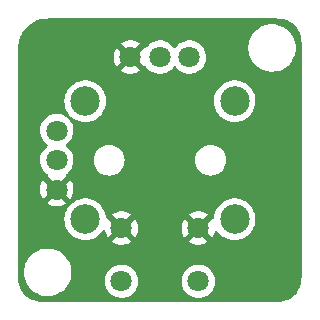
<source format=gbr>
%TF.GenerationSoftware,KiCad,Pcbnew,(6.0.9)*%
%TF.CreationDate,2023-01-27T23:50:43-09:00*%
%TF.ProjectId,HOTAS_Analog Stick Breakout,484f5441-535f-4416-9e61-6c6f67205374,rev?*%
%TF.SameCoordinates,Original*%
%TF.FileFunction,Copper,L2,Bot*%
%TF.FilePolarity,Positive*%
%FSLAX46Y46*%
G04 Gerber Fmt 4.6, Leading zero omitted, Abs format (unit mm)*
G04 Created by KiCad (PCBNEW (6.0.9)) date 2023-01-27 23:50:43*
%MOMM*%
%LPD*%
G01*
G04 APERTURE LIST*
%TA.AperFunction,ComponentPad*%
%ADD10C,2.500000*%
%TD*%
%TA.AperFunction,ComponentPad*%
%ADD11C,1.800000*%
%TD*%
G04 APERTURE END LIST*
D10*
%TO.P,JOY1,MNT1*%
%TO.N,N/C*%
X116325000Y-90000000D03*
X103675000Y-80000000D03*
X116325000Y-80000000D03*
X103675000Y-90000000D03*
D11*
%TO.P,JOY1,d*%
%TO.N,Net-(J5-Pad1)*%
X106750000Y-95250000D03*
%TO.P,JOY1,b*%
X113250000Y-95250000D03*
%TO.P,JOY1,a*%
%TO.N,GND*%
X113250000Y-90750000D03*
%TO.P,JOY1,c*%
X106750000Y-90750000D03*
%TO.P,JOY1,5*%
%TO.N,Net-(J3-Pad1)*%
X110000000Y-76270000D03*
%TO.P,JOY1,4*%
%TO.N,GND*%
X107500000Y-76270000D03*
%TO.P,JOY1,6*%
%TO.N,VCC*%
X112500000Y-76270000D03*
%TO.P,JOY1,3*%
X101270000Y-82500000D03*
%TO.P,JOY1,2*%
%TO.N,Net-(J4-Pad1)*%
X101270000Y-85000000D03*
%TO.P,JOY1,1*%
%TO.N,GND*%
X101270000Y-87500000D03*
%TD*%
%TA.AperFunction,Conductor*%
%TO.N,GND*%
G36*
X119970018Y-73010000D02*
G01*
X119984851Y-73012310D01*
X119984855Y-73012310D01*
X119993724Y-73013691D01*
X120010012Y-73011561D01*
X120034589Y-73010767D01*
X120061441Y-73012527D01*
X120251701Y-73024998D01*
X120268041Y-73027149D01*
X120387691Y-73050949D01*
X120507343Y-73074749D01*
X120523257Y-73079013D01*
X120535485Y-73083164D01*
X120754292Y-73157439D01*
X120769519Y-73163746D01*
X120988342Y-73271657D01*
X121002616Y-73279898D01*
X121205478Y-73415447D01*
X121218553Y-73425480D01*
X121401993Y-73586352D01*
X121413648Y-73598007D01*
X121574520Y-73781447D01*
X121584553Y-73794522D01*
X121720102Y-73997384D01*
X121728343Y-74011658D01*
X121836254Y-74230481D01*
X121842561Y-74245708D01*
X121920986Y-74476740D01*
X121925252Y-74492660D01*
X121972851Y-74731959D01*
X121975002Y-74748299D01*
X121988763Y-74958236D01*
X121987733Y-74981350D01*
X121987690Y-74984854D01*
X121986309Y-74993724D01*
X121987473Y-75002626D01*
X121987473Y-75002628D01*
X121990436Y-75025283D01*
X121991500Y-75041621D01*
X121991500Y-94950633D01*
X121990000Y-94970018D01*
X121987690Y-94984851D01*
X121987690Y-94984855D01*
X121986309Y-94993724D01*
X121988136Y-95007694D01*
X121988439Y-95010010D01*
X121989233Y-95034590D01*
X121975002Y-95251701D01*
X121972851Y-95268041D01*
X121937315Y-95446697D01*
X121925252Y-95507340D01*
X121920986Y-95523260D01*
X121842561Y-95754292D01*
X121836254Y-95769519D01*
X121728343Y-95988342D01*
X121720102Y-96002616D01*
X121584553Y-96205478D01*
X121574520Y-96218553D01*
X121413648Y-96401993D01*
X121401993Y-96413648D01*
X121218553Y-96574520D01*
X121205478Y-96584553D01*
X121002616Y-96720102D01*
X120988342Y-96728343D01*
X120769519Y-96836254D01*
X120754292Y-96842561D01*
X120638776Y-96881773D01*
X120523257Y-96920987D01*
X120507343Y-96925251D01*
X120387690Y-96949052D01*
X120268041Y-96972851D01*
X120251701Y-96975002D01*
X120110437Y-96984262D01*
X120041763Y-96988763D01*
X120018650Y-96987733D01*
X120015146Y-96987690D01*
X120006276Y-96986309D01*
X119997374Y-96987473D01*
X119997372Y-96987473D01*
X119983915Y-96989233D01*
X119974714Y-96990436D01*
X119958379Y-96991500D01*
X100049367Y-96991500D01*
X100029982Y-96990000D01*
X100015149Y-96987690D01*
X100015145Y-96987690D01*
X100006276Y-96986309D01*
X99989988Y-96988439D01*
X99965411Y-96989233D01*
X99920801Y-96986309D01*
X99748299Y-96975002D01*
X99731959Y-96972851D01*
X99612310Y-96949052D01*
X99492657Y-96925251D01*
X99476743Y-96920987D01*
X99361224Y-96881773D01*
X99245708Y-96842561D01*
X99230481Y-96836254D01*
X99011658Y-96728343D01*
X98997384Y-96720102D01*
X98794522Y-96584553D01*
X98781447Y-96574520D01*
X98598007Y-96413648D01*
X98586352Y-96401993D01*
X98425480Y-96218553D01*
X98415447Y-96205478D01*
X98279898Y-96002616D01*
X98271657Y-95988342D01*
X98163746Y-95769519D01*
X98157439Y-95754292D01*
X98079014Y-95523260D01*
X98074748Y-95507340D01*
X98062686Y-95446697D01*
X98027149Y-95268041D01*
X98024998Y-95251701D01*
X98011476Y-95045407D01*
X98012650Y-95022232D01*
X98012334Y-95022204D01*
X98012770Y-95017344D01*
X98013576Y-95012552D01*
X98013729Y-95000000D01*
X98009773Y-94972376D01*
X98008500Y-94954514D01*
X98008500Y-94429733D01*
X98487822Y-94429733D01*
X98487975Y-94434121D01*
X98487975Y-94434127D01*
X98493144Y-94582131D01*
X98497625Y-94710458D01*
X98498387Y-94714781D01*
X98498388Y-94714788D01*
X98522164Y-94849624D01*
X98546402Y-94987087D01*
X98633203Y-95254235D01*
X98635131Y-95258188D01*
X98635133Y-95258193D01*
X98662794Y-95314905D01*
X98756340Y-95506702D01*
X98758795Y-95510341D01*
X98758798Y-95510347D01*
X98762232Y-95515438D01*
X98913415Y-95739576D01*
X99101371Y-95948322D01*
X99316550Y-96128879D01*
X99554764Y-96277731D01*
X99811375Y-96391982D01*
X100081390Y-96469407D01*
X100085740Y-96470018D01*
X100085743Y-96470019D01*
X100188690Y-96484487D01*
X100359552Y-96508500D01*
X100570146Y-96508500D01*
X100572332Y-96508347D01*
X100572336Y-96508347D01*
X100775827Y-96494118D01*
X100775832Y-96494117D01*
X100780212Y-96493811D01*
X101054970Y-96435409D01*
X101059099Y-96433906D01*
X101059103Y-96433905D01*
X101314781Y-96340846D01*
X101314785Y-96340844D01*
X101318926Y-96339337D01*
X101566942Y-96207464D01*
X101624006Y-96166005D01*
X101790629Y-96044947D01*
X101790632Y-96044944D01*
X101794192Y-96042358D01*
X101856575Y-95982116D01*
X101950264Y-95891641D01*
X101996252Y-95847231D01*
X102169188Y-95625882D01*
X102171384Y-95622078D01*
X102171389Y-95622071D01*
X102307435Y-95386431D01*
X102309636Y-95382619D01*
X102377169Y-95215469D01*
X105337095Y-95215469D01*
X105337392Y-95220622D01*
X105337392Y-95220625D01*
X105343067Y-95319041D01*
X105350427Y-95446697D01*
X105351564Y-95451743D01*
X105351565Y-95451749D01*
X105383741Y-95594523D01*
X105401346Y-95672642D01*
X105403288Y-95677424D01*
X105403289Y-95677428D01*
X105470831Y-95843764D01*
X105488484Y-95887237D01*
X105609501Y-96084719D01*
X105761147Y-96259784D01*
X105939349Y-96407730D01*
X106139322Y-96524584D01*
X106355694Y-96607209D01*
X106360760Y-96608240D01*
X106360761Y-96608240D01*
X106413846Y-96619040D01*
X106582656Y-96653385D01*
X106713324Y-96658176D01*
X106808949Y-96661683D01*
X106808953Y-96661683D01*
X106814113Y-96661872D01*
X106819233Y-96661216D01*
X106819235Y-96661216D01*
X106892270Y-96651860D01*
X107043847Y-96632442D01*
X107048795Y-96630957D01*
X107048802Y-96630956D01*
X107260747Y-96567369D01*
X107265690Y-96565886D01*
X107346236Y-96526427D01*
X107469049Y-96466262D01*
X107469052Y-96466260D01*
X107473684Y-96463991D01*
X107662243Y-96329494D01*
X107826303Y-96166005D01*
X107961458Y-95977917D01*
X107984669Y-95930954D01*
X108061784Y-95774922D01*
X108061785Y-95774920D01*
X108064078Y-95770280D01*
X108131408Y-95548671D01*
X108161640Y-95319041D01*
X108163327Y-95250000D01*
X108160488Y-95215469D01*
X111837095Y-95215469D01*
X111837392Y-95220622D01*
X111837392Y-95220625D01*
X111843067Y-95319041D01*
X111850427Y-95446697D01*
X111851564Y-95451743D01*
X111851565Y-95451749D01*
X111883741Y-95594523D01*
X111901346Y-95672642D01*
X111903288Y-95677424D01*
X111903289Y-95677428D01*
X111970831Y-95843764D01*
X111988484Y-95887237D01*
X112109501Y-96084719D01*
X112261147Y-96259784D01*
X112439349Y-96407730D01*
X112639322Y-96524584D01*
X112855694Y-96607209D01*
X112860760Y-96608240D01*
X112860761Y-96608240D01*
X112913846Y-96619040D01*
X113082656Y-96653385D01*
X113213324Y-96658176D01*
X113308949Y-96661683D01*
X113308953Y-96661683D01*
X113314113Y-96661872D01*
X113319233Y-96661216D01*
X113319235Y-96661216D01*
X113392270Y-96651860D01*
X113543847Y-96632442D01*
X113548795Y-96630957D01*
X113548802Y-96630956D01*
X113760747Y-96567369D01*
X113765690Y-96565886D01*
X113846236Y-96526427D01*
X113969049Y-96466262D01*
X113969052Y-96466260D01*
X113973684Y-96463991D01*
X114162243Y-96329494D01*
X114326303Y-96166005D01*
X114461458Y-95977917D01*
X114484669Y-95930954D01*
X114561784Y-95774922D01*
X114561785Y-95774920D01*
X114564078Y-95770280D01*
X114631408Y-95548671D01*
X114661640Y-95319041D01*
X114663327Y-95250000D01*
X114652818Y-95122176D01*
X114644773Y-95024318D01*
X114644772Y-95024312D01*
X114644349Y-95019167D01*
X114601763Y-94849624D01*
X114589184Y-94799544D01*
X114589183Y-94799540D01*
X114587925Y-94794533D01*
X114585866Y-94789797D01*
X114497630Y-94586868D01*
X114497628Y-94586865D01*
X114495570Y-94582131D01*
X114369764Y-94387665D01*
X114213887Y-94216358D01*
X114209836Y-94213159D01*
X114209832Y-94213155D01*
X114036177Y-94076011D01*
X114036172Y-94076008D01*
X114032123Y-94072810D01*
X114027607Y-94070317D01*
X114027604Y-94070315D01*
X113833879Y-93963373D01*
X113833875Y-93963371D01*
X113829355Y-93960876D01*
X113824486Y-93959152D01*
X113824482Y-93959150D01*
X113615903Y-93885288D01*
X113615899Y-93885287D01*
X113611028Y-93883562D01*
X113605935Y-93882655D01*
X113605932Y-93882654D01*
X113388095Y-93843851D01*
X113388089Y-93843850D01*
X113383006Y-93842945D01*
X113310096Y-93842054D01*
X113156581Y-93840179D01*
X113156579Y-93840179D01*
X113151411Y-93840116D01*
X112922464Y-93875150D01*
X112702314Y-93947106D01*
X112697726Y-93949494D01*
X112697722Y-93949496D01*
X112567595Y-94017236D01*
X112496872Y-94054052D01*
X112492739Y-94057155D01*
X112492736Y-94057157D01*
X112362756Y-94154749D01*
X112311655Y-94193117D01*
X112151639Y-94360564D01*
X112148725Y-94364836D01*
X112148724Y-94364837D01*
X112133152Y-94387665D01*
X112021119Y-94551899D01*
X111923602Y-94761981D01*
X111861707Y-94985169D01*
X111837095Y-95215469D01*
X108160488Y-95215469D01*
X108152818Y-95122176D01*
X108144773Y-95024318D01*
X108144772Y-95024312D01*
X108144349Y-95019167D01*
X108101763Y-94849624D01*
X108089184Y-94799544D01*
X108089183Y-94799540D01*
X108087925Y-94794533D01*
X108085866Y-94789797D01*
X107997630Y-94586868D01*
X107997628Y-94586865D01*
X107995570Y-94582131D01*
X107869764Y-94387665D01*
X107713887Y-94216358D01*
X107709836Y-94213159D01*
X107709832Y-94213155D01*
X107536177Y-94076011D01*
X107536172Y-94076008D01*
X107532123Y-94072810D01*
X107527607Y-94070317D01*
X107527604Y-94070315D01*
X107333879Y-93963373D01*
X107333875Y-93963371D01*
X107329355Y-93960876D01*
X107324486Y-93959152D01*
X107324482Y-93959150D01*
X107115903Y-93885288D01*
X107115899Y-93885287D01*
X107111028Y-93883562D01*
X107105935Y-93882655D01*
X107105932Y-93882654D01*
X106888095Y-93843851D01*
X106888089Y-93843850D01*
X106883006Y-93842945D01*
X106810096Y-93842054D01*
X106656581Y-93840179D01*
X106656579Y-93840179D01*
X106651411Y-93840116D01*
X106422464Y-93875150D01*
X106202314Y-93947106D01*
X106197726Y-93949494D01*
X106197722Y-93949496D01*
X106067595Y-94017236D01*
X105996872Y-94054052D01*
X105992739Y-94057155D01*
X105992736Y-94057157D01*
X105862756Y-94154749D01*
X105811655Y-94193117D01*
X105651639Y-94360564D01*
X105648725Y-94364836D01*
X105648724Y-94364837D01*
X105633152Y-94387665D01*
X105521119Y-94551899D01*
X105423602Y-94761981D01*
X105361707Y-94985169D01*
X105337095Y-95215469D01*
X102377169Y-95215469D01*
X102414862Y-95122176D01*
X102436700Y-95034590D01*
X102481753Y-94853893D01*
X102481754Y-94853888D01*
X102482817Y-94849624D01*
X102488608Y-94794533D01*
X102511719Y-94574636D01*
X102511719Y-94574633D01*
X102512178Y-94570267D01*
X102512025Y-94565873D01*
X102502529Y-94293939D01*
X102502528Y-94293933D01*
X102502375Y-94289542D01*
X102478608Y-94154749D01*
X102460852Y-94054052D01*
X102453598Y-94012913D01*
X102366797Y-93745765D01*
X102243660Y-93493298D01*
X102241205Y-93489659D01*
X102241202Y-93489653D01*
X102160935Y-93370653D01*
X102086585Y-93260424D01*
X101898629Y-93051678D01*
X101683450Y-92871121D01*
X101445236Y-92722269D01*
X101188625Y-92608018D01*
X100918610Y-92530593D01*
X100914260Y-92529982D01*
X100914257Y-92529981D01*
X100811310Y-92515513D01*
X100640448Y-92491500D01*
X100429854Y-92491500D01*
X100427668Y-92491653D01*
X100427664Y-92491653D01*
X100224173Y-92505882D01*
X100224168Y-92505883D01*
X100219788Y-92506189D01*
X99945030Y-92564591D01*
X99940901Y-92566094D01*
X99940897Y-92566095D01*
X99685219Y-92659154D01*
X99685215Y-92659156D01*
X99681074Y-92660663D01*
X99433058Y-92792536D01*
X99429499Y-92795122D01*
X99429497Y-92795123D01*
X99324895Y-92871121D01*
X99205808Y-92957642D01*
X99003748Y-93152769D01*
X98830812Y-93374118D01*
X98828616Y-93377922D01*
X98828611Y-93377929D01*
X98714794Y-93575067D01*
X98690364Y-93617381D01*
X98585138Y-93877824D01*
X98584073Y-93882097D01*
X98584072Y-93882099D01*
X98550379Y-94017236D01*
X98517183Y-94150376D01*
X98516724Y-94154744D01*
X98516723Y-94154749D01*
X98492243Y-94387665D01*
X98487822Y-94429733D01*
X98008500Y-94429733D01*
X98008500Y-91911406D01*
X105953423Y-91911406D01*
X105958704Y-91918461D01*
X106135080Y-92021527D01*
X106144363Y-92025974D01*
X106351003Y-92104883D01*
X106360901Y-92107759D01*
X106577653Y-92151857D01*
X106587883Y-92153076D01*
X106808914Y-92161182D01*
X106819223Y-92160714D01*
X107038623Y-92132608D01*
X107048688Y-92130468D01*
X107260557Y-92066905D01*
X107270152Y-92063144D01*
X107468778Y-91965838D01*
X107477636Y-91960559D01*
X107535097Y-91919572D01*
X107541509Y-91911406D01*
X112453423Y-91911406D01*
X112458704Y-91918461D01*
X112635080Y-92021527D01*
X112644363Y-92025974D01*
X112851003Y-92104883D01*
X112860901Y-92107759D01*
X113077653Y-92151857D01*
X113087883Y-92153076D01*
X113308914Y-92161182D01*
X113319223Y-92160714D01*
X113538623Y-92132608D01*
X113548688Y-92130468D01*
X113760557Y-92066905D01*
X113770152Y-92063144D01*
X113968778Y-91965838D01*
X113977636Y-91960559D01*
X114035097Y-91919572D01*
X114043497Y-91908874D01*
X114036510Y-91895721D01*
X113262811Y-91122021D01*
X113248868Y-91114408D01*
X113247034Y-91114539D01*
X113240420Y-91118790D01*
X112460180Y-91899031D01*
X112453423Y-91911406D01*
X107541509Y-91911406D01*
X107543497Y-91908874D01*
X107536510Y-91895721D01*
X106762811Y-91122021D01*
X106748868Y-91114408D01*
X106747034Y-91114539D01*
X106740420Y-91118790D01*
X105960180Y-91899031D01*
X105953423Y-91911406D01*
X98008500Y-91911406D01*
X98008500Y-89953839D01*
X101912173Y-89953839D01*
X101912397Y-89958505D01*
X101912397Y-89958511D01*
X101912711Y-89965038D01*
X101924713Y-90214908D01*
X101975704Y-90471256D01*
X102064026Y-90717252D01*
X102088506Y-90762811D01*
X102184501Y-90941468D01*
X102187737Y-90947491D01*
X102190532Y-90951234D01*
X102190534Y-90951237D01*
X102341330Y-91153177D01*
X102341335Y-91153183D01*
X102344122Y-91156915D01*
X102347431Y-91160195D01*
X102347436Y-91160201D01*
X102526426Y-91337635D01*
X102529743Y-91340923D01*
X102533505Y-91343681D01*
X102533508Y-91343684D01*
X102721955Y-91481859D01*
X102740524Y-91495474D01*
X102744667Y-91497654D01*
X102744669Y-91497655D01*
X102967684Y-91614989D01*
X102967689Y-91614991D01*
X102971834Y-91617172D01*
X103218590Y-91703344D01*
X103223183Y-91704216D01*
X103470785Y-91751224D01*
X103470788Y-91751224D01*
X103475374Y-91752095D01*
X103605959Y-91757226D01*
X103731875Y-91762174D01*
X103731881Y-91762174D01*
X103736543Y-91762357D01*
X103815977Y-91753657D01*
X103991707Y-91734412D01*
X103991712Y-91734411D01*
X103996360Y-91733902D01*
X104109116Y-91704216D01*
X104244594Y-91668548D01*
X104244596Y-91668547D01*
X104249117Y-91667357D01*
X104489262Y-91564182D01*
X104711519Y-91426646D01*
X104715082Y-91423629D01*
X104715087Y-91423626D01*
X104907439Y-91260787D01*
X104907440Y-91260786D01*
X104911005Y-91257768D01*
X105036729Y-91114408D01*
X105080257Y-91064774D01*
X105080261Y-91064769D01*
X105083339Y-91061259D01*
X105094805Y-91043434D01*
X105137879Y-90976467D01*
X105191553Y-90929996D01*
X105261831Y-90919920D01*
X105326400Y-90949438D01*
X105364760Y-91009180D01*
X105366767Y-91016930D01*
X105400685Y-91167439D01*
X105403773Y-91177292D01*
X105486986Y-91382220D01*
X105491634Y-91391421D01*
X105580097Y-91535781D01*
X105590553Y-91545242D01*
X105599331Y-91541458D01*
X106377979Y-90762811D01*
X106384356Y-90751132D01*
X107114408Y-90751132D01*
X107114539Y-90752966D01*
X107118790Y-90759580D01*
X107896307Y-91537096D01*
X107908313Y-91543652D01*
X107920052Y-91534684D01*
X107958010Y-91481859D01*
X107963321Y-91473020D01*
X108061318Y-91274737D01*
X108065117Y-91265142D01*
X108129415Y-91053517D01*
X108131594Y-91043436D01*
X108160702Y-90822338D01*
X108161221Y-90815663D01*
X108162744Y-90753364D01*
X108162550Y-90746646D01*
X108160412Y-90720638D01*
X111837893Y-90720638D01*
X111850627Y-90941468D01*
X111852061Y-90951670D01*
X111900685Y-91167439D01*
X111903773Y-91177292D01*
X111986986Y-91382220D01*
X111991634Y-91391421D01*
X112080097Y-91535781D01*
X112090553Y-91545242D01*
X112099331Y-91541458D01*
X112877979Y-90762811D01*
X112884356Y-90751132D01*
X113614408Y-90751132D01*
X113614539Y-90752966D01*
X113618790Y-90759580D01*
X114396307Y-91537096D01*
X114408313Y-91543652D01*
X114420052Y-91534684D01*
X114458010Y-91481859D01*
X114463321Y-91473020D01*
X114561318Y-91274737D01*
X114565117Y-91265142D01*
X114629415Y-91053517D01*
X114631595Y-91043434D01*
X114632777Y-91034452D01*
X114661498Y-90969524D01*
X114720762Y-90930432D01*
X114791754Y-90929585D01*
X114851933Y-90967254D01*
X114858657Y-90975507D01*
X114991330Y-91153177D01*
X114991335Y-91153183D01*
X114994122Y-91156915D01*
X114997431Y-91160195D01*
X114997436Y-91160201D01*
X115176426Y-91337635D01*
X115179743Y-91340923D01*
X115183505Y-91343681D01*
X115183508Y-91343684D01*
X115371955Y-91481859D01*
X115390524Y-91495474D01*
X115394667Y-91497654D01*
X115394669Y-91497655D01*
X115617684Y-91614989D01*
X115617689Y-91614991D01*
X115621834Y-91617172D01*
X115868590Y-91703344D01*
X115873183Y-91704216D01*
X116120785Y-91751224D01*
X116120788Y-91751224D01*
X116125374Y-91752095D01*
X116255959Y-91757226D01*
X116381875Y-91762174D01*
X116381881Y-91762174D01*
X116386543Y-91762357D01*
X116465977Y-91753657D01*
X116641707Y-91734412D01*
X116641712Y-91734411D01*
X116646360Y-91733902D01*
X116759116Y-91704216D01*
X116894594Y-91668548D01*
X116894596Y-91668547D01*
X116899117Y-91667357D01*
X117139262Y-91564182D01*
X117361519Y-91426646D01*
X117365082Y-91423629D01*
X117365087Y-91423626D01*
X117557439Y-91260787D01*
X117557440Y-91260786D01*
X117561005Y-91257768D01*
X117686729Y-91114408D01*
X117730257Y-91064774D01*
X117730261Y-91064769D01*
X117733339Y-91061259D01*
X117744805Y-91043434D01*
X117872205Y-90845367D01*
X117874733Y-90841437D01*
X117982083Y-90603129D01*
X118020567Y-90466676D01*
X118051760Y-90356076D01*
X118051761Y-90356073D01*
X118053030Y-90351572D01*
X118069832Y-90219496D01*
X118085616Y-90095421D01*
X118085616Y-90095417D01*
X118086014Y-90092291D01*
X118086150Y-90087118D01*
X118088348Y-90003160D01*
X118088431Y-90000000D01*
X118085348Y-89958511D01*
X118069407Y-89744000D01*
X118069406Y-89743996D01*
X118069061Y-89739348D01*
X118059805Y-89698439D01*
X118012408Y-89488980D01*
X118011377Y-89484423D01*
X118001726Y-89459606D01*
X117918340Y-89245176D01*
X117918339Y-89245173D01*
X117916647Y-89240823D01*
X117786951Y-89013902D01*
X117625138Y-88808643D01*
X117434763Y-88629557D01*
X117220009Y-88480576D01*
X117215816Y-88478508D01*
X116989781Y-88367040D01*
X116989778Y-88367039D01*
X116985593Y-88364975D01*
X116939449Y-88350204D01*
X116741123Y-88286720D01*
X116736665Y-88285293D01*
X116478693Y-88243279D01*
X116364942Y-88241790D01*
X116222022Y-88239919D01*
X116222019Y-88239919D01*
X116217345Y-88239858D01*
X115958362Y-88275104D01*
X115707433Y-88348243D01*
X115703180Y-88350203D01*
X115703179Y-88350204D01*
X115666659Y-88367040D01*
X115470072Y-88457668D01*
X115431067Y-88483241D01*
X115255404Y-88598410D01*
X115255399Y-88598414D01*
X115251491Y-88600976D01*
X115056494Y-88775018D01*
X114889363Y-88975970D01*
X114753771Y-89199419D01*
X114652697Y-89440455D01*
X114588359Y-89693783D01*
X114587890Y-89698437D01*
X114587890Y-89698439D01*
X114573057Y-89845753D01*
X114546331Y-89911527D01*
X114488288Y-89952411D01*
X114430135Y-89957901D01*
X114410156Y-89955090D01*
X114398973Y-89960238D01*
X113622021Y-90737189D01*
X113614408Y-90751132D01*
X112884356Y-90751132D01*
X112885592Y-90748868D01*
X112885461Y-90747034D01*
X112881210Y-90740420D01*
X112103862Y-89963073D01*
X112092330Y-89956776D01*
X112080048Y-89966399D01*
X112024467Y-90047877D01*
X112019379Y-90056833D01*
X111926252Y-90257459D01*
X111922689Y-90267146D01*
X111863581Y-90480280D01*
X111861650Y-90490400D01*
X111838145Y-90710349D01*
X111837893Y-90720638D01*
X108160412Y-90720638D01*
X108144279Y-90524400D01*
X108142596Y-90514238D01*
X108088710Y-90299708D01*
X108085389Y-90289953D01*
X107997193Y-90087118D01*
X107992315Y-90078020D01*
X107919224Y-89965038D01*
X107908538Y-89955835D01*
X107898973Y-89960238D01*
X107122021Y-90737189D01*
X107114408Y-90751132D01*
X106384356Y-90751132D01*
X106385592Y-90748868D01*
X106385461Y-90747034D01*
X106381210Y-90740420D01*
X105603862Y-89963073D01*
X105589925Y-89955463D01*
X105561272Y-89957512D01*
X105491897Y-89942421D01*
X105441695Y-89892219D01*
X105426628Y-89841171D01*
X105419407Y-89744000D01*
X105419406Y-89743996D01*
X105419061Y-89739348D01*
X105409805Y-89698439D01*
X105385428Y-89590711D01*
X105955508Y-89590711D01*
X105962251Y-89603040D01*
X106737189Y-90377979D01*
X106751132Y-90385592D01*
X106752966Y-90385461D01*
X106759580Y-90381210D01*
X107538994Y-89601795D01*
X107545046Y-89590711D01*
X112455508Y-89590711D01*
X112462251Y-89603040D01*
X113237189Y-90377979D01*
X113251132Y-90385592D01*
X113252966Y-90385461D01*
X113259580Y-90381210D01*
X114038994Y-89601795D01*
X114046011Y-89588944D01*
X114038237Y-89578274D01*
X114035902Y-89576430D01*
X114027320Y-89570729D01*
X113833678Y-89463833D01*
X113824272Y-89459606D01*
X113615772Y-89385772D01*
X113605809Y-89383140D01*
X113388047Y-89344350D01*
X113377796Y-89343381D01*
X113156616Y-89340679D01*
X113146332Y-89341399D01*
X112927693Y-89374855D01*
X112917666Y-89377244D01*
X112707426Y-89445961D01*
X112697916Y-89449958D01*
X112501725Y-89552089D01*
X112493007Y-89557578D01*
X112463961Y-89579386D01*
X112455508Y-89590711D01*
X107545046Y-89590711D01*
X107546011Y-89588944D01*
X107538237Y-89578274D01*
X107535902Y-89576430D01*
X107527320Y-89570729D01*
X107333678Y-89463833D01*
X107324272Y-89459606D01*
X107115772Y-89385772D01*
X107105809Y-89383140D01*
X106888047Y-89344350D01*
X106877796Y-89343381D01*
X106656616Y-89340679D01*
X106646332Y-89341399D01*
X106427693Y-89374855D01*
X106417666Y-89377244D01*
X106207426Y-89445961D01*
X106197916Y-89449958D01*
X106001725Y-89552089D01*
X105993007Y-89557578D01*
X105963961Y-89579386D01*
X105955508Y-89590711D01*
X105385428Y-89590711D01*
X105362408Y-89488980D01*
X105361377Y-89484423D01*
X105351726Y-89459606D01*
X105268340Y-89245176D01*
X105268339Y-89245173D01*
X105266647Y-89240823D01*
X105136951Y-89013902D01*
X104975138Y-88808643D01*
X104784763Y-88629557D01*
X104570009Y-88480576D01*
X104565816Y-88478508D01*
X104339781Y-88367040D01*
X104339778Y-88367039D01*
X104335593Y-88364975D01*
X104289449Y-88350204D01*
X104091123Y-88286720D01*
X104086665Y-88285293D01*
X103828693Y-88243279D01*
X103714942Y-88241790D01*
X103572022Y-88239919D01*
X103572019Y-88239919D01*
X103567345Y-88239858D01*
X103308362Y-88275104D01*
X103057433Y-88348243D01*
X103053180Y-88350203D01*
X103053179Y-88350204D01*
X103016659Y-88367040D01*
X102820072Y-88457668D01*
X102781067Y-88483241D01*
X102605404Y-88598410D01*
X102605399Y-88598414D01*
X102601491Y-88600976D01*
X102406494Y-88775018D01*
X102239363Y-88975970D01*
X102103771Y-89199419D01*
X102002697Y-89440455D01*
X101938359Y-89693783D01*
X101912173Y-89953839D01*
X98008500Y-89953839D01*
X98008500Y-88661406D01*
X100473423Y-88661406D01*
X100478704Y-88668461D01*
X100655080Y-88771527D01*
X100664363Y-88775974D01*
X100871003Y-88854883D01*
X100880901Y-88857759D01*
X101097653Y-88901857D01*
X101107883Y-88903076D01*
X101328914Y-88911182D01*
X101339223Y-88910714D01*
X101558623Y-88882608D01*
X101568688Y-88880468D01*
X101780557Y-88816905D01*
X101790152Y-88813144D01*
X101988778Y-88715838D01*
X101997636Y-88710559D01*
X102055097Y-88669572D01*
X102063497Y-88658874D01*
X102056510Y-88645721D01*
X101282811Y-87872021D01*
X101268868Y-87864408D01*
X101267034Y-87864539D01*
X101260420Y-87868790D01*
X100480180Y-88649031D01*
X100473423Y-88661406D01*
X98008500Y-88661406D01*
X98008500Y-87470638D01*
X99857893Y-87470638D01*
X99870627Y-87691468D01*
X99872061Y-87701670D01*
X99920685Y-87917439D01*
X99923773Y-87927292D01*
X100006986Y-88132220D01*
X100011634Y-88141421D01*
X100100097Y-88285781D01*
X100110553Y-88295242D01*
X100119331Y-88291458D01*
X100897979Y-87512811D01*
X100904356Y-87501132D01*
X101634408Y-87501132D01*
X101634539Y-87502966D01*
X101638790Y-87509580D01*
X102416307Y-88287096D01*
X102428313Y-88293652D01*
X102440052Y-88284684D01*
X102478010Y-88231859D01*
X102483321Y-88223020D01*
X102581318Y-88024737D01*
X102585117Y-88015142D01*
X102649415Y-87803517D01*
X102651594Y-87793436D01*
X102680702Y-87572338D01*
X102681221Y-87565663D01*
X102682744Y-87503364D01*
X102682550Y-87496646D01*
X102664279Y-87274400D01*
X102662596Y-87264238D01*
X102608710Y-87049708D01*
X102605389Y-87039953D01*
X102517193Y-86837118D01*
X102512315Y-86828020D01*
X102439224Y-86715038D01*
X102428538Y-86705835D01*
X102418973Y-86710238D01*
X101642021Y-87487189D01*
X101634408Y-87501132D01*
X100904356Y-87501132D01*
X100905592Y-87498868D01*
X100905461Y-87497034D01*
X100901210Y-87490420D01*
X100123862Y-86713073D01*
X100112330Y-86706776D01*
X100100048Y-86716399D01*
X100044467Y-86797877D01*
X100039379Y-86806833D01*
X99946252Y-87007459D01*
X99942689Y-87017146D01*
X99883581Y-87230280D01*
X99881650Y-87240400D01*
X99858145Y-87460349D01*
X99857893Y-87470638D01*
X98008500Y-87470638D01*
X98008500Y-84965469D01*
X99857095Y-84965469D01*
X99857392Y-84970622D01*
X99857392Y-84970625D01*
X99863067Y-85069041D01*
X99870427Y-85196697D01*
X99871564Y-85201743D01*
X99871565Y-85201749D01*
X99903741Y-85344523D01*
X99921346Y-85422642D01*
X99923288Y-85427424D01*
X99923289Y-85427428D01*
X100006540Y-85632450D01*
X100008484Y-85637237D01*
X100129501Y-85834719D01*
X100281147Y-86009784D01*
X100431207Y-86134366D01*
X100459349Y-86157730D01*
X100458250Y-86159053D01*
X100497845Y-86208576D01*
X100505162Y-86279195D01*
X100482226Y-86331711D01*
X100475508Y-86340712D01*
X100482251Y-86353040D01*
X101257189Y-87127979D01*
X101271132Y-87135592D01*
X101272966Y-87135461D01*
X101279580Y-87131210D01*
X102058994Y-86351795D01*
X102066011Y-86338944D01*
X102056320Y-86325643D01*
X102032371Y-86258808D01*
X102048358Y-86189634D01*
X102084988Y-86148865D01*
X102105315Y-86134366D01*
X102182243Y-86079494D01*
X102346303Y-85916005D01*
X102481458Y-85727917D01*
X102528641Y-85632450D01*
X102581784Y-85524922D01*
X102581785Y-85524920D01*
X102584078Y-85520280D01*
X102651408Y-85298671D01*
X102681640Y-85069041D01*
X102683327Y-85000000D01*
X104386502Y-85000000D01*
X104406457Y-85228087D01*
X104407881Y-85233400D01*
X104407881Y-85233402D01*
X104459871Y-85427428D01*
X104465716Y-85449243D01*
X104468039Y-85454224D01*
X104468039Y-85454225D01*
X104560151Y-85651762D01*
X104560154Y-85651767D01*
X104562477Y-85656749D01*
X104565634Y-85661257D01*
X104684012Y-85830318D01*
X104693802Y-85844300D01*
X104855700Y-86006198D01*
X104860208Y-86009355D01*
X104860211Y-86009357D01*
X104860821Y-86009784D01*
X105043251Y-86137523D01*
X105048233Y-86139846D01*
X105048238Y-86139849D01*
X105207238Y-86213991D01*
X105250757Y-86234284D01*
X105256065Y-86235706D01*
X105256067Y-86235707D01*
X105466598Y-86292119D01*
X105466600Y-86292119D01*
X105471913Y-86293543D01*
X105571480Y-86302254D01*
X105640149Y-86308262D01*
X105640156Y-86308262D01*
X105642873Y-86308500D01*
X105757127Y-86308500D01*
X105759844Y-86308262D01*
X105759851Y-86308262D01*
X105828520Y-86302254D01*
X105928087Y-86293543D01*
X105933400Y-86292119D01*
X105933402Y-86292119D01*
X106143933Y-86235707D01*
X106143935Y-86235706D01*
X106149243Y-86234284D01*
X106192762Y-86213991D01*
X106351762Y-86139849D01*
X106351767Y-86139846D01*
X106356749Y-86137523D01*
X106539179Y-86009784D01*
X106539789Y-86009357D01*
X106539792Y-86009355D01*
X106544300Y-86006198D01*
X106706198Y-85844300D01*
X106715989Y-85830318D01*
X106834366Y-85661257D01*
X106837523Y-85656749D01*
X106839846Y-85651767D01*
X106839849Y-85651762D01*
X106931961Y-85454225D01*
X106931961Y-85454224D01*
X106934284Y-85449243D01*
X106940130Y-85427428D01*
X106992119Y-85233402D01*
X106992119Y-85233400D01*
X106993543Y-85228087D01*
X107013498Y-85000000D01*
X112986502Y-85000000D01*
X113006457Y-85228087D01*
X113007881Y-85233400D01*
X113007881Y-85233402D01*
X113059871Y-85427428D01*
X113065716Y-85449243D01*
X113068039Y-85454224D01*
X113068039Y-85454225D01*
X113160151Y-85651762D01*
X113160154Y-85651767D01*
X113162477Y-85656749D01*
X113165634Y-85661257D01*
X113284012Y-85830318D01*
X113293802Y-85844300D01*
X113455700Y-86006198D01*
X113460208Y-86009355D01*
X113460211Y-86009357D01*
X113460821Y-86009784D01*
X113643251Y-86137523D01*
X113648233Y-86139846D01*
X113648238Y-86139849D01*
X113807238Y-86213991D01*
X113850757Y-86234284D01*
X113856065Y-86235706D01*
X113856067Y-86235707D01*
X114066598Y-86292119D01*
X114066600Y-86292119D01*
X114071913Y-86293543D01*
X114171480Y-86302254D01*
X114240149Y-86308262D01*
X114240156Y-86308262D01*
X114242873Y-86308500D01*
X114357127Y-86308500D01*
X114359844Y-86308262D01*
X114359851Y-86308262D01*
X114428520Y-86302254D01*
X114528087Y-86293543D01*
X114533400Y-86292119D01*
X114533402Y-86292119D01*
X114743933Y-86235707D01*
X114743935Y-86235706D01*
X114749243Y-86234284D01*
X114792762Y-86213991D01*
X114951762Y-86139849D01*
X114951767Y-86139846D01*
X114956749Y-86137523D01*
X115139179Y-86009784D01*
X115139789Y-86009357D01*
X115139792Y-86009355D01*
X115144300Y-86006198D01*
X115306198Y-85844300D01*
X115315989Y-85830318D01*
X115434366Y-85661257D01*
X115437523Y-85656749D01*
X115439846Y-85651767D01*
X115439849Y-85651762D01*
X115531961Y-85454225D01*
X115531961Y-85454224D01*
X115534284Y-85449243D01*
X115540130Y-85427428D01*
X115592119Y-85233402D01*
X115592119Y-85233400D01*
X115593543Y-85228087D01*
X115613498Y-85000000D01*
X115593543Y-84771913D01*
X115585073Y-84740301D01*
X115535707Y-84556067D01*
X115535706Y-84556065D01*
X115534284Y-84550757D01*
X115514020Y-84507301D01*
X115439849Y-84348238D01*
X115439846Y-84348233D01*
X115437523Y-84343251D01*
X115306198Y-84155700D01*
X115144300Y-83993802D01*
X115139792Y-83990645D01*
X115139789Y-83990643D01*
X115061611Y-83935902D01*
X114956749Y-83862477D01*
X114951767Y-83860154D01*
X114951762Y-83860151D01*
X114754225Y-83768039D01*
X114754224Y-83768039D01*
X114749243Y-83765716D01*
X114743935Y-83764294D01*
X114743933Y-83764293D01*
X114533402Y-83707881D01*
X114533400Y-83707881D01*
X114528087Y-83706457D01*
X114428520Y-83697746D01*
X114359851Y-83691738D01*
X114359844Y-83691738D01*
X114357127Y-83691500D01*
X114242873Y-83691500D01*
X114240156Y-83691738D01*
X114240149Y-83691738D01*
X114171480Y-83697746D01*
X114071913Y-83706457D01*
X114066600Y-83707881D01*
X114066598Y-83707881D01*
X113856067Y-83764293D01*
X113856065Y-83764294D01*
X113850757Y-83765716D01*
X113845776Y-83768039D01*
X113845775Y-83768039D01*
X113648238Y-83860151D01*
X113648233Y-83860154D01*
X113643251Y-83862477D01*
X113538389Y-83935902D01*
X113460211Y-83990643D01*
X113460208Y-83990645D01*
X113455700Y-83993802D01*
X113293802Y-84155700D01*
X113162477Y-84343251D01*
X113160154Y-84348233D01*
X113160151Y-84348238D01*
X113085980Y-84507301D01*
X113065716Y-84550757D01*
X113064294Y-84556065D01*
X113064293Y-84556067D01*
X113014927Y-84740301D01*
X113006457Y-84771913D01*
X112986502Y-85000000D01*
X107013498Y-85000000D01*
X106993543Y-84771913D01*
X106985073Y-84740301D01*
X106935707Y-84556067D01*
X106935706Y-84556065D01*
X106934284Y-84550757D01*
X106914020Y-84507301D01*
X106839849Y-84348238D01*
X106839846Y-84348233D01*
X106837523Y-84343251D01*
X106706198Y-84155700D01*
X106544300Y-83993802D01*
X106539792Y-83990645D01*
X106539789Y-83990643D01*
X106461611Y-83935902D01*
X106356749Y-83862477D01*
X106351767Y-83860154D01*
X106351762Y-83860151D01*
X106154225Y-83768039D01*
X106154224Y-83768039D01*
X106149243Y-83765716D01*
X106143935Y-83764294D01*
X106143933Y-83764293D01*
X105933402Y-83707881D01*
X105933400Y-83707881D01*
X105928087Y-83706457D01*
X105828520Y-83697746D01*
X105759851Y-83691738D01*
X105759844Y-83691738D01*
X105757127Y-83691500D01*
X105642873Y-83691500D01*
X105640156Y-83691738D01*
X105640149Y-83691738D01*
X105571480Y-83697746D01*
X105471913Y-83706457D01*
X105466600Y-83707881D01*
X105466598Y-83707881D01*
X105256067Y-83764293D01*
X105256065Y-83764294D01*
X105250757Y-83765716D01*
X105245776Y-83768039D01*
X105245775Y-83768039D01*
X105048238Y-83860151D01*
X105048233Y-83860154D01*
X105043251Y-83862477D01*
X104938389Y-83935902D01*
X104860211Y-83990643D01*
X104860208Y-83990645D01*
X104855700Y-83993802D01*
X104693802Y-84155700D01*
X104562477Y-84343251D01*
X104560154Y-84348233D01*
X104560151Y-84348238D01*
X104485980Y-84507301D01*
X104465716Y-84550757D01*
X104464294Y-84556065D01*
X104464293Y-84556067D01*
X104414927Y-84740301D01*
X104406457Y-84771913D01*
X104386502Y-85000000D01*
X102683327Y-85000000D01*
X102677032Y-84923434D01*
X102664773Y-84774318D01*
X102664772Y-84774312D01*
X102664349Y-84769167D01*
X102610822Y-84556067D01*
X102609184Y-84549544D01*
X102609183Y-84549540D01*
X102607925Y-84544533D01*
X102605866Y-84539797D01*
X102517630Y-84336868D01*
X102517628Y-84336865D01*
X102515570Y-84332131D01*
X102389764Y-84137665D01*
X102233887Y-83966358D01*
X102229836Y-83963159D01*
X102229832Y-83963155D01*
X102083690Y-83847740D01*
X102042627Y-83789823D01*
X102039395Y-83718900D01*
X102075020Y-83657489D01*
X102088613Y-83646279D01*
X102182243Y-83579494D01*
X102346303Y-83416005D01*
X102481458Y-83227917D01*
X102528641Y-83132450D01*
X102581784Y-83024922D01*
X102581785Y-83024920D01*
X102584078Y-83020280D01*
X102651408Y-82798671D01*
X102681640Y-82569041D01*
X102683327Y-82500000D01*
X102677032Y-82423434D01*
X102664773Y-82274318D01*
X102664772Y-82274312D01*
X102664349Y-82269167D01*
X102607925Y-82044533D01*
X102605866Y-82039797D01*
X102517630Y-81836868D01*
X102517628Y-81836865D01*
X102515570Y-81832131D01*
X102389764Y-81637665D01*
X102369131Y-81614989D01*
X102260380Y-81495474D01*
X102233887Y-81466358D01*
X102229836Y-81463159D01*
X102229832Y-81463155D01*
X102056177Y-81326011D01*
X102056172Y-81326008D01*
X102052123Y-81322810D01*
X102047607Y-81320317D01*
X102047604Y-81320315D01*
X101853879Y-81213373D01*
X101853875Y-81213371D01*
X101849355Y-81210876D01*
X101844486Y-81209152D01*
X101844482Y-81209150D01*
X101635903Y-81135288D01*
X101635899Y-81135287D01*
X101631028Y-81133562D01*
X101625935Y-81132655D01*
X101625932Y-81132654D01*
X101408095Y-81093851D01*
X101408089Y-81093850D01*
X101403006Y-81092945D01*
X101330096Y-81092054D01*
X101176581Y-81090179D01*
X101176579Y-81090179D01*
X101171411Y-81090116D01*
X100942464Y-81125150D01*
X100722314Y-81197106D01*
X100717726Y-81199494D01*
X100717722Y-81199496D01*
X100521461Y-81301663D01*
X100516872Y-81304052D01*
X100512739Y-81307155D01*
X100512736Y-81307157D01*
X100335790Y-81440012D01*
X100331655Y-81443117D01*
X100171639Y-81610564D01*
X100168725Y-81614836D01*
X100168724Y-81614837D01*
X100153152Y-81637665D01*
X100041119Y-81801899D01*
X99943602Y-82011981D01*
X99881707Y-82235169D01*
X99857095Y-82465469D01*
X99857392Y-82470622D01*
X99857392Y-82470625D01*
X99863067Y-82569041D01*
X99870427Y-82696697D01*
X99871564Y-82701743D01*
X99871565Y-82701749D01*
X99903741Y-82844523D01*
X99921346Y-82922642D01*
X99923288Y-82927424D01*
X99923289Y-82927428D01*
X100006540Y-83132450D01*
X100008484Y-83137237D01*
X100129501Y-83334719D01*
X100281147Y-83509784D01*
X100445556Y-83646279D01*
X100456462Y-83655333D01*
X100496097Y-83714235D01*
X100497595Y-83785216D01*
X100460481Y-83845739D01*
X100451630Y-83853037D01*
X100434853Y-83865634D01*
X100331655Y-83943117D01*
X100171639Y-84110564D01*
X100168725Y-84114836D01*
X100168724Y-84114837D01*
X100153152Y-84137665D01*
X100041119Y-84301899D01*
X99943602Y-84511981D01*
X99881707Y-84735169D01*
X99857095Y-84965469D01*
X98008500Y-84965469D01*
X98008500Y-79953839D01*
X101912173Y-79953839D01*
X101924713Y-80214908D01*
X101975704Y-80471256D01*
X102064026Y-80717252D01*
X102066242Y-80721376D01*
X102130753Y-80841437D01*
X102187737Y-80947491D01*
X102190532Y-80951234D01*
X102190534Y-80951237D01*
X102341330Y-81153177D01*
X102341335Y-81153183D01*
X102344122Y-81156915D01*
X102347431Y-81160195D01*
X102347436Y-81160201D01*
X102495681Y-81307157D01*
X102529743Y-81340923D01*
X102533505Y-81343681D01*
X102533508Y-81343684D01*
X102736750Y-81492707D01*
X102740524Y-81495474D01*
X102744667Y-81497654D01*
X102744669Y-81497655D01*
X102967684Y-81614989D01*
X102967689Y-81614991D01*
X102971834Y-81617172D01*
X103218590Y-81703344D01*
X103223183Y-81704216D01*
X103470785Y-81751224D01*
X103470788Y-81751224D01*
X103475374Y-81752095D01*
X103605959Y-81757226D01*
X103731875Y-81762174D01*
X103731881Y-81762174D01*
X103736543Y-81762357D01*
X103815977Y-81753657D01*
X103991707Y-81734412D01*
X103991712Y-81734411D01*
X103996360Y-81733902D01*
X104109116Y-81704216D01*
X104244594Y-81668548D01*
X104244596Y-81668547D01*
X104249117Y-81667357D01*
X104489262Y-81564182D01*
X104678862Y-81446855D01*
X104707547Y-81429104D01*
X104707548Y-81429104D01*
X104711519Y-81426646D01*
X104715082Y-81423629D01*
X104715087Y-81423626D01*
X104907439Y-81260787D01*
X104907440Y-81260786D01*
X104911005Y-81257768D01*
X105002729Y-81153177D01*
X105080257Y-81064774D01*
X105080261Y-81064769D01*
X105083339Y-81061259D01*
X105224733Y-80841437D01*
X105332083Y-80603129D01*
X105403030Y-80351572D01*
X105419832Y-80219496D01*
X105435616Y-80095421D01*
X105435616Y-80095417D01*
X105436014Y-80092291D01*
X105438431Y-80000000D01*
X105435001Y-79953839D01*
X114562173Y-79953839D01*
X114574713Y-80214908D01*
X114625704Y-80471256D01*
X114714026Y-80717252D01*
X114716242Y-80721376D01*
X114780753Y-80841437D01*
X114837737Y-80947491D01*
X114840532Y-80951234D01*
X114840534Y-80951237D01*
X114991330Y-81153177D01*
X114991335Y-81153183D01*
X114994122Y-81156915D01*
X114997431Y-81160195D01*
X114997436Y-81160201D01*
X115145681Y-81307157D01*
X115179743Y-81340923D01*
X115183505Y-81343681D01*
X115183508Y-81343684D01*
X115386750Y-81492707D01*
X115390524Y-81495474D01*
X115394667Y-81497654D01*
X115394669Y-81497655D01*
X115617684Y-81614989D01*
X115617689Y-81614991D01*
X115621834Y-81617172D01*
X115868590Y-81703344D01*
X115873183Y-81704216D01*
X116120785Y-81751224D01*
X116120788Y-81751224D01*
X116125374Y-81752095D01*
X116255959Y-81757226D01*
X116381875Y-81762174D01*
X116381881Y-81762174D01*
X116386543Y-81762357D01*
X116465977Y-81753657D01*
X116641707Y-81734412D01*
X116641712Y-81734411D01*
X116646360Y-81733902D01*
X116759116Y-81704216D01*
X116894594Y-81668548D01*
X116894596Y-81668547D01*
X116899117Y-81667357D01*
X117139262Y-81564182D01*
X117328862Y-81446855D01*
X117357547Y-81429104D01*
X117357548Y-81429104D01*
X117361519Y-81426646D01*
X117365082Y-81423629D01*
X117365087Y-81423626D01*
X117557439Y-81260787D01*
X117557440Y-81260786D01*
X117561005Y-81257768D01*
X117652729Y-81153177D01*
X117730257Y-81064774D01*
X117730261Y-81064769D01*
X117733339Y-81061259D01*
X117874733Y-80841437D01*
X117982083Y-80603129D01*
X118053030Y-80351572D01*
X118069832Y-80219496D01*
X118085616Y-80095421D01*
X118085616Y-80095417D01*
X118086014Y-80092291D01*
X118088431Y-80000000D01*
X118069061Y-79739348D01*
X118057725Y-79689248D01*
X118012408Y-79488980D01*
X118011377Y-79484423D01*
X117916647Y-79240823D01*
X117786951Y-79013902D01*
X117625138Y-78808643D01*
X117434763Y-78629557D01*
X117220009Y-78480576D01*
X117215816Y-78478508D01*
X116989781Y-78367040D01*
X116989778Y-78367039D01*
X116985593Y-78364975D01*
X116939449Y-78350204D01*
X116741123Y-78286720D01*
X116736665Y-78285293D01*
X116478693Y-78243279D01*
X116364942Y-78241790D01*
X116222022Y-78239919D01*
X116222019Y-78239919D01*
X116217345Y-78239858D01*
X115958362Y-78275104D01*
X115707433Y-78348243D01*
X115703180Y-78350203D01*
X115703179Y-78350204D01*
X115666659Y-78367040D01*
X115470072Y-78457668D01*
X115431067Y-78483241D01*
X115255404Y-78598410D01*
X115255399Y-78598414D01*
X115251491Y-78600976D01*
X115056494Y-78775018D01*
X114889363Y-78975970D01*
X114753771Y-79199419D01*
X114652697Y-79440455D01*
X114588359Y-79693783D01*
X114562173Y-79953839D01*
X105435001Y-79953839D01*
X105419061Y-79739348D01*
X105407725Y-79689248D01*
X105362408Y-79488980D01*
X105361377Y-79484423D01*
X105266647Y-79240823D01*
X105136951Y-79013902D01*
X104975138Y-78808643D01*
X104784763Y-78629557D01*
X104570009Y-78480576D01*
X104565816Y-78478508D01*
X104339781Y-78367040D01*
X104339778Y-78367039D01*
X104335593Y-78364975D01*
X104289449Y-78350204D01*
X104091123Y-78286720D01*
X104086665Y-78285293D01*
X103828693Y-78243279D01*
X103714942Y-78241790D01*
X103572022Y-78239919D01*
X103572019Y-78239919D01*
X103567345Y-78239858D01*
X103308362Y-78275104D01*
X103057433Y-78348243D01*
X103053180Y-78350203D01*
X103053179Y-78350204D01*
X103016659Y-78367040D01*
X102820072Y-78457668D01*
X102781067Y-78483241D01*
X102605404Y-78598410D01*
X102605399Y-78598414D01*
X102601491Y-78600976D01*
X102406494Y-78775018D01*
X102239363Y-78975970D01*
X102103771Y-79199419D01*
X102002697Y-79440455D01*
X101938359Y-79693783D01*
X101912173Y-79953839D01*
X98008500Y-79953839D01*
X98008500Y-77431406D01*
X106703423Y-77431406D01*
X106708704Y-77438461D01*
X106885080Y-77541527D01*
X106894363Y-77545974D01*
X107101003Y-77624883D01*
X107110901Y-77627759D01*
X107327653Y-77671857D01*
X107337883Y-77673076D01*
X107558914Y-77681182D01*
X107569223Y-77680714D01*
X107788623Y-77652608D01*
X107798688Y-77650468D01*
X108010557Y-77586905D01*
X108020152Y-77583144D01*
X108218778Y-77485838D01*
X108227636Y-77480559D01*
X108285097Y-77439572D01*
X108293497Y-77428874D01*
X108286510Y-77415721D01*
X107512811Y-76642021D01*
X107498868Y-76634408D01*
X107497034Y-76634539D01*
X107490420Y-76638790D01*
X106710180Y-77419031D01*
X106703423Y-77431406D01*
X98008500Y-77431406D01*
X98008500Y-76240638D01*
X106087893Y-76240638D01*
X106100627Y-76461468D01*
X106102061Y-76471670D01*
X106150685Y-76687439D01*
X106153773Y-76697292D01*
X106236986Y-76902220D01*
X106241634Y-76911421D01*
X106330097Y-77055781D01*
X106340553Y-77065242D01*
X106349331Y-77061458D01*
X107127979Y-76282811D01*
X107134356Y-76271132D01*
X107864408Y-76271132D01*
X107864539Y-76272966D01*
X107868790Y-76279580D01*
X108646307Y-77057096D01*
X108658313Y-77063652D01*
X108667244Y-77056829D01*
X108733519Y-77031370D01*
X108803037Y-77045783D01*
X108851165Y-77091117D01*
X108856800Y-77100311D01*
X108859501Y-77104719D01*
X109011147Y-77279784D01*
X109189349Y-77427730D01*
X109389322Y-77544584D01*
X109605694Y-77627209D01*
X109610760Y-77628240D01*
X109610761Y-77628240D01*
X109663846Y-77639040D01*
X109832656Y-77673385D01*
X109963324Y-77678176D01*
X110058949Y-77681683D01*
X110058953Y-77681683D01*
X110064113Y-77681872D01*
X110069233Y-77681216D01*
X110069235Y-77681216D01*
X110142291Y-77671857D01*
X110293847Y-77652442D01*
X110298795Y-77650957D01*
X110298802Y-77650956D01*
X110510747Y-77587369D01*
X110515690Y-77585886D01*
X110597161Y-77545974D01*
X110719049Y-77486262D01*
X110719052Y-77486260D01*
X110723684Y-77483991D01*
X110912243Y-77349494D01*
X111076303Y-77186005D01*
X111145370Y-77089888D01*
X111201365Y-77046240D01*
X111272068Y-77039794D01*
X111335033Y-77072597D01*
X111355128Y-77097584D01*
X111356799Y-77100311D01*
X111356802Y-77100315D01*
X111359501Y-77104719D01*
X111511147Y-77279784D01*
X111689349Y-77427730D01*
X111889322Y-77544584D01*
X112105694Y-77627209D01*
X112110760Y-77628240D01*
X112110761Y-77628240D01*
X112163846Y-77639040D01*
X112332656Y-77673385D01*
X112463324Y-77678176D01*
X112558949Y-77681683D01*
X112558953Y-77681683D01*
X112564113Y-77681872D01*
X112569233Y-77681216D01*
X112569235Y-77681216D01*
X112642291Y-77671857D01*
X112793847Y-77652442D01*
X112798795Y-77650957D01*
X112798802Y-77650956D01*
X113010747Y-77587369D01*
X113015690Y-77585886D01*
X113097161Y-77545974D01*
X113219049Y-77486262D01*
X113219052Y-77486260D01*
X113223684Y-77483991D01*
X113412243Y-77349494D01*
X113576303Y-77186005D01*
X113711458Y-76997917D01*
X113737582Y-76945060D01*
X113811784Y-76794922D01*
X113811785Y-76794920D01*
X113814078Y-76790280D01*
X113881408Y-76568671D01*
X113911640Y-76339041D01*
X113913327Y-76270000D01*
X113907032Y-76193434D01*
X113894773Y-76044318D01*
X113894772Y-76044312D01*
X113894349Y-76039167D01*
X113860797Y-75905592D01*
X113839184Y-75819544D01*
X113839183Y-75819540D01*
X113837925Y-75814533D01*
X113745570Y-75602131D01*
X113634040Y-75429733D01*
X117487822Y-75429733D01*
X117487975Y-75434121D01*
X117487975Y-75434127D01*
X117494290Y-75614941D01*
X117497625Y-75710458D01*
X117498387Y-75714781D01*
X117498388Y-75714788D01*
X117522164Y-75849624D01*
X117546402Y-75987087D01*
X117633203Y-76254235D01*
X117635131Y-76258188D01*
X117635133Y-76258193D01*
X117672932Y-76335691D01*
X117756340Y-76506702D01*
X117758795Y-76510341D01*
X117758798Y-76510347D01*
X117831890Y-76618710D01*
X117913415Y-76739576D01*
X118101371Y-76948322D01*
X118316550Y-77128879D01*
X118554764Y-77277731D01*
X118811375Y-77391982D01*
X119081390Y-77469407D01*
X119085740Y-77470018D01*
X119085743Y-77470019D01*
X119163829Y-77480993D01*
X119359552Y-77508500D01*
X119570146Y-77508500D01*
X119572332Y-77508347D01*
X119572336Y-77508347D01*
X119775827Y-77494118D01*
X119775832Y-77494117D01*
X119780212Y-77493811D01*
X120054970Y-77435409D01*
X120059099Y-77433906D01*
X120059103Y-77433905D01*
X120314781Y-77340846D01*
X120314785Y-77340844D01*
X120318926Y-77339337D01*
X120566942Y-77207464D01*
X120671896Y-77131211D01*
X120790629Y-77044947D01*
X120790632Y-77044944D01*
X120794192Y-77042358D01*
X120805571Y-77031370D01*
X120993087Y-76850287D01*
X120996252Y-76847231D01*
X121159103Y-76638790D01*
X121166481Y-76629347D01*
X121166482Y-76629346D01*
X121169188Y-76625882D01*
X121171384Y-76622078D01*
X121171389Y-76622071D01*
X121307435Y-76386431D01*
X121309636Y-76382619D01*
X121414862Y-76122176D01*
X121448544Y-75987087D01*
X121481753Y-75853893D01*
X121481754Y-75853888D01*
X121482817Y-75849624D01*
X121485979Y-75819544D01*
X121511719Y-75574636D01*
X121511719Y-75574633D01*
X121512178Y-75570267D01*
X121511584Y-75553250D01*
X121502529Y-75293939D01*
X121502528Y-75293933D01*
X121502375Y-75289542D01*
X121493672Y-75240181D01*
X121454360Y-75017236D01*
X121453598Y-75012913D01*
X121366797Y-74745765D01*
X121360064Y-74731959D01*
X121300358Y-74609546D01*
X121243660Y-74493298D01*
X121241205Y-74489659D01*
X121241202Y-74489653D01*
X121137306Y-74335621D01*
X121086585Y-74260424D01*
X120898629Y-74051678D01*
X120683450Y-73871121D01*
X120445236Y-73722269D01*
X120188625Y-73608018D01*
X119918610Y-73530593D01*
X119914260Y-73529982D01*
X119914257Y-73529981D01*
X119811310Y-73515513D01*
X119640448Y-73491500D01*
X119429854Y-73491500D01*
X119427668Y-73491653D01*
X119427664Y-73491653D01*
X119224173Y-73505882D01*
X119224168Y-73505883D01*
X119219788Y-73506189D01*
X118945030Y-73564591D01*
X118940901Y-73566094D01*
X118940897Y-73566095D01*
X118685219Y-73659154D01*
X118685215Y-73659156D01*
X118681074Y-73660663D01*
X118433058Y-73792536D01*
X118429499Y-73795122D01*
X118429497Y-73795123D01*
X118324895Y-73871121D01*
X118205808Y-73957642D01*
X118003748Y-74152769D01*
X117830812Y-74374118D01*
X117828616Y-74377922D01*
X117828611Y-74377929D01*
X117714794Y-74575068D01*
X117690364Y-74617381D01*
X117585138Y-74877824D01*
X117584073Y-74882097D01*
X117584072Y-74882099D01*
X117523999Y-75123040D01*
X117517183Y-75150376D01*
X117516724Y-75154744D01*
X117516723Y-75154749D01*
X117490141Y-75407665D01*
X117487822Y-75429733D01*
X113634040Y-75429733D01*
X113619764Y-75407665D01*
X113463887Y-75236358D01*
X113459836Y-75233159D01*
X113459832Y-75233155D01*
X113286177Y-75096011D01*
X113286172Y-75096008D01*
X113282123Y-75092810D01*
X113277607Y-75090317D01*
X113277604Y-75090315D01*
X113083879Y-74983373D01*
X113083875Y-74983371D01*
X113079355Y-74980876D01*
X113074486Y-74979152D01*
X113074482Y-74979150D01*
X112865903Y-74905288D01*
X112865899Y-74905287D01*
X112861028Y-74903562D01*
X112855935Y-74902655D01*
X112855932Y-74902654D01*
X112638095Y-74863851D01*
X112638089Y-74863850D01*
X112633006Y-74862945D01*
X112560096Y-74862054D01*
X112406581Y-74860179D01*
X112406579Y-74860179D01*
X112401411Y-74860116D01*
X112172464Y-74895150D01*
X111952314Y-74967106D01*
X111947726Y-74969494D01*
X111947722Y-74969496D01*
X111751461Y-75071663D01*
X111746872Y-75074052D01*
X111742739Y-75077155D01*
X111742736Y-75077157D01*
X111565790Y-75210012D01*
X111561655Y-75213117D01*
X111401639Y-75380564D01*
X111354836Y-75449174D01*
X111299927Y-75494175D01*
X111229402Y-75502346D01*
X111165655Y-75471092D01*
X111144959Y-75446609D01*
X111122577Y-75412013D01*
X111122574Y-75412009D01*
X111119764Y-75407665D01*
X110963887Y-75236358D01*
X110959836Y-75233159D01*
X110959832Y-75233155D01*
X110786177Y-75096011D01*
X110786172Y-75096008D01*
X110782123Y-75092810D01*
X110777607Y-75090317D01*
X110777604Y-75090315D01*
X110583879Y-74983373D01*
X110583875Y-74983371D01*
X110579355Y-74980876D01*
X110574486Y-74979152D01*
X110574482Y-74979150D01*
X110365903Y-74905288D01*
X110365899Y-74905287D01*
X110361028Y-74903562D01*
X110355935Y-74902655D01*
X110355932Y-74902654D01*
X110138095Y-74863851D01*
X110138089Y-74863850D01*
X110133006Y-74862945D01*
X110060096Y-74862054D01*
X109906581Y-74860179D01*
X109906579Y-74860179D01*
X109901411Y-74860116D01*
X109672464Y-74895150D01*
X109452314Y-74967106D01*
X109447726Y-74969494D01*
X109447722Y-74969496D01*
X109251461Y-75071663D01*
X109246872Y-75074052D01*
X109242739Y-75077155D01*
X109242736Y-75077157D01*
X109065790Y-75210012D01*
X109061655Y-75213117D01*
X108901639Y-75380564D01*
X108898730Y-75384829D01*
X108898724Y-75384837D01*
X108850199Y-75455972D01*
X108795288Y-75500975D01*
X108724763Y-75509146D01*
X108663884Y-75480439D01*
X108658538Y-75475835D01*
X108648973Y-75480238D01*
X107872021Y-76257189D01*
X107864408Y-76271132D01*
X107134356Y-76271132D01*
X107135592Y-76268868D01*
X107135461Y-76267034D01*
X107131210Y-76260420D01*
X106353862Y-75483073D01*
X106342330Y-75476776D01*
X106330048Y-75486399D01*
X106274467Y-75567877D01*
X106269379Y-75576833D01*
X106176252Y-75777459D01*
X106172689Y-75787146D01*
X106113581Y-76000280D01*
X106111650Y-76010400D01*
X106088145Y-76230349D01*
X106087893Y-76240638D01*
X98008500Y-76240638D01*
X98008500Y-75553250D01*
X98010246Y-75532345D01*
X98012770Y-75517344D01*
X98012770Y-75517341D01*
X98013576Y-75512552D01*
X98013729Y-75500000D01*
X98013040Y-75495186D01*
X98013039Y-75495177D01*
X98011869Y-75487006D01*
X98010827Y-75461540D01*
X98026206Y-75207290D01*
X98028040Y-75192186D01*
X98042970Y-75110711D01*
X106705508Y-75110711D01*
X106712251Y-75123040D01*
X107487189Y-75897979D01*
X107501132Y-75905592D01*
X107502966Y-75905461D01*
X107509580Y-75901210D01*
X108288994Y-75121795D01*
X108296011Y-75108944D01*
X108288237Y-75098274D01*
X108285902Y-75096430D01*
X108277320Y-75090729D01*
X108083678Y-74983833D01*
X108074272Y-74979606D01*
X107865772Y-74905772D01*
X107855809Y-74903140D01*
X107638047Y-74864350D01*
X107627796Y-74863381D01*
X107406616Y-74860679D01*
X107396332Y-74861399D01*
X107177693Y-74894855D01*
X107167666Y-74897244D01*
X106957426Y-74965961D01*
X106947916Y-74969958D01*
X106751725Y-75072089D01*
X106743007Y-75077578D01*
X106713961Y-75099386D01*
X106705508Y-75110711D01*
X98042970Y-75110711D01*
X98050126Y-75071663D01*
X98079525Y-74911240D01*
X98083164Y-74896473D01*
X98093174Y-74864350D01*
X98168142Y-74623769D01*
X98173534Y-74609555D01*
X98290758Y-74349092D01*
X98297828Y-74335621D01*
X98445595Y-74091187D01*
X98454238Y-74078666D01*
X98630385Y-73853829D01*
X98640475Y-73842440D01*
X98842440Y-73640475D01*
X98853829Y-73630385D01*
X99078666Y-73454238D01*
X99091187Y-73445595D01*
X99335621Y-73297828D01*
X99349094Y-73290757D01*
X99383416Y-73275310D01*
X99609555Y-73173534D01*
X99623769Y-73168142D01*
X99896474Y-73083164D01*
X99911240Y-73079525D01*
X100120214Y-73041229D01*
X100192186Y-73028040D01*
X100207290Y-73026206D01*
X100457904Y-73011047D01*
X100484716Y-73012308D01*
X100484852Y-73012310D01*
X100493724Y-73013691D01*
X100502626Y-73012527D01*
X100502628Y-73012527D01*
X100517677Y-73010559D01*
X100525286Y-73009564D01*
X100541621Y-73008500D01*
X119950633Y-73008500D01*
X119970018Y-73010000D01*
G37*
%TD.AperFunction*%
%TD*%
M02*

</source>
